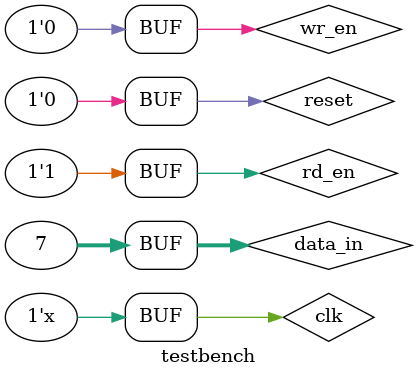
<source format=v>
`timescale 1ns / 1ps
module FIFO 
#(parameter data_width =32,parameter addr_width=4)
(input clk,//CLK
input rd_en,//enable for reading
input wr_en,//enable for writing
input [data_width-1:0] data_in, //input data
input reset ,//reset 
output reg [data_width-1:0] data_out ,
output reg empty,
output reg full,
output reg [addr_width-1:0] data_counter//To count how many data slots full in FIFO
);
//memory 
reg [data_width-1:0] memory [2**addr_width-1:0];//array 2_D to implement FIFO memory  
//pointer
reg [addr_width-1:0] rd_counter;
reg [addr_width-1:0] wr_counter;
//if needed or you can increase it or decrease it using + / - 
reg add;//signal to increase counters 
reg sub;//signal to decrease counters

//***********Implementaion here ***********//
initial
begin
data_counter=0;
rd_counter=0;
wr_counter=0;
end
always @(posedge clk)
begin
     if(reset)
	  begin
	       rd_counter=0;
			 wr_counter=0;
			 full=0;
			 empty=1;
	  end
	  else if(rd_en)
	  begin
	       data_out=memory[rd_counter];
			 rd_counter=rd_counter+1;
			 data_counter=data_counter-1;
			 if(data_counter==0)
			 begin
			 empty=1'b1;
	       full=0;
			 end
			 else
			 begin
			 full=1'b0;
			 empty=0;
			 end
		end
	  else if((wr_en)&&(data_counter<(2**addr_width)))
	  begin
	       memory[wr_counter]=data_in;
			 wr_counter=wr_counter+1;
			 data_counter=data_counter+1;
			 if(data_counter==0)
			 begin
	       full=1'b1;
			 empty=0;
			 end
			 else
			 begin
			 full=1'b0;
			 empty=0;
			 end
			 
	  	end
	
end
endmodule 

module testbench;
 reg clk;
 reg [31:0] data_in;
 reg rd_en;
 reg wr_en;
 reg reset;
 wire [31:0] data_out;
 wire empty;
 wire full;
 wire [3:0] data_counter;
 FIFO dut ( .clk(clk),.rd_en(rd_en),.wr_en(wr_en),.data_in(data_in),
 .reset(reset),.data_out(data_out),.empty(empty),.full(full),.data_counter(data_counter)
 );
 


 initial begin
  clk  = 1'b0;

  data_in  = 32'h0;

  rd_en  = 1'b0;

  wr_en  = 1'b0;

  reset  = 1'b1;

  #20;

  reset  = 1'b0;

  wr_en  = 1'b1;

  data_in  = 32'h0;

  #20;

  data_in  = 32'h1;

  #20;

 data_in  = 32'h2;

  #20;

  data_in  = 32'h3;

  #20;

  data_in  = 32'h4;

  #20;
  
  data_in =  32'h5;
  
  #20;
  
  data_in =  32'h6; 
  
  #20;
  
  data_in =  32'h7;  
  
  #20;
  
  wr_en = 1'b0;

  rd_en = 1'b1;  

 end 

   always #10 clk = ~clk;    

endmodule 
</source>
